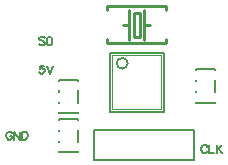
<source format=gto>
G04 Layer: TopSilkLayer*
G04 EasyEDA v6.4.7, 2021-01-18T10:53:27+01:00*
G04 aa4ddc66a76449b48dffd980d3e90acf,8dc9eacff13444d6b60fd3cb587e6cd5,01*
G04 Gerber Generator version 0.2*
G04 Scale: 100 percent, Rotated: No, Reflected: No *
G04 Dimensions in inches *
G04 leading zeros omitted , absolute positions ,2 integer and 4 decimal *
%FSLAX24Y24*%
%MOIN*%
G90*
D02*

%ADD10C,0.010000*%
%ADD19C,0.006000*%
%ADD20C,0.008000*%
%ADD21C,0.002000*%
%ADD22C,0.005000*%

%LPD*%
G54D19*
G01X2535Y1691D02*
G01X2535Y1654D01*
G01X1897Y1654D01*
G01X1897Y1691D01*
G01X1897Y2737D02*
G01X1897Y2774D01*
G01X2535Y2774D01*
G01X2535Y2737D01*
G01X2535Y2420D02*
G01X2535Y2009D01*
G01X1897Y2383D02*
G01X1897Y2420D01*
G01X1897Y2009D02*
G01X1897Y2046D01*
G54D20*
G01X6417Y1090D02*
G01X6417Y106D01*
G01X3070Y106D01*
G01X3070Y1090D01*
G01X6417Y1090D01*
G54D19*
G01X5386Y3675D02*
G01X3589Y3675D01*
G01X3589Y1695D01*
G01X5386Y1695D01*
G01X5386Y3675D01*
G54D21*
G01X5296Y3585D02*
G01X3679Y3585D01*
G01X3679Y1785D01*
G01X5296Y1785D01*
G01X5296Y3585D01*
G54D19*
G01X2535Y390D02*
G01X2535Y353D01*
G01X1897Y353D01*
G01X1897Y390D01*
G01X1897Y1436D02*
G01X1897Y1473D01*
G01X2535Y1473D01*
G01X2535Y1436D01*
G01X2535Y1118D02*
G01X2535Y707D01*
G01X1897Y1081D02*
G01X1897Y1118D01*
G01X1897Y707D02*
G01X1897Y744D01*
G01X7090Y2044D02*
G01X7090Y2007D01*
G01X6452Y2007D01*
G01X6452Y2044D01*
G01X6452Y3089D02*
G01X6452Y3126D01*
G01X7090Y3126D01*
G01X7090Y3089D01*
G01X7090Y2772D02*
G01X7090Y2361D01*
G01X6452Y2735D02*
G01X6452Y2772D01*
G01X6452Y2361D02*
G01X6452Y2398D01*
G54D10*
G01X5470Y5088D02*
G01X5470Y5248D01*
G01X3510Y5248D01*
G01X3510Y5088D01*
G01X3510Y4148D02*
G01X3510Y3988D01*
G01X5470Y3988D01*
G01X5470Y4148D01*
G01X4390Y5018D02*
G01X4390Y4218D01*
G01X4590Y4218D01*
G01X4590Y5018D01*
G01X4390Y5018D01*
G01X4240Y5118D02*
G01X4240Y4618D01*
G01X4240Y4118D01*
G01X4740Y5118D02*
G01X4740Y4618D01*
G01X4740Y4118D01*
G01X4240Y4618D02*
G01X4040Y4618D01*
G01X4740Y4618D02*
G01X4940Y4618D01*
G54D22*
G01X1393Y3251D02*
G01X1265Y3251D01*
G01X1253Y3136D01*
G01X1265Y3149D01*
G01X1304Y3161D01*
G01X1342Y3161D01*
G01X1380Y3149D01*
G01X1405Y3123D01*
G01X1418Y3085D01*
G01X1418Y3060D01*
G01X1405Y3021D01*
G01X1380Y2996D01*
G01X1342Y2983D01*
G01X1304Y2983D01*
G01X1265Y2996D01*
G01X1253Y3009D01*
G01X1240Y3034D01*
G01X1502Y3251D02*
G01X1604Y2983D01*
G01X1706Y3251D02*
G01X1604Y2983D01*
G01X6831Y537D02*
G01X6818Y562D01*
G01X6793Y588D01*
G01X6767Y601D01*
G01X6716Y601D01*
G01X6691Y588D01*
G01X6665Y562D01*
G01X6653Y537D01*
G01X6640Y499D01*
G01X6640Y435D01*
G01X6653Y397D01*
G01X6665Y371D01*
G01X6691Y346D01*
G01X6716Y333D01*
G01X6767Y333D01*
G01X6793Y346D01*
G01X6818Y371D01*
G01X6831Y397D01*
G01X6915Y601D02*
G01X6915Y333D01*
G01X6915Y333D02*
G01X7068Y333D01*
G01X7152Y601D02*
G01X7152Y333D01*
G01X7330Y601D02*
G01X7152Y422D01*
G01X7215Y486D02*
G01X7330Y333D01*
G01X1418Y4162D02*
G01X1393Y4188D01*
G01X1355Y4201D01*
G01X1304Y4201D01*
G01X1265Y4188D01*
G01X1240Y4162D01*
G01X1240Y4137D01*
G01X1253Y4111D01*
G01X1265Y4099D01*
G01X1291Y4086D01*
G01X1367Y4061D01*
G01X1393Y4048D01*
G01X1405Y4035D01*
G01X1418Y4010D01*
G01X1418Y3971D01*
G01X1393Y3946D01*
G01X1355Y3933D01*
G01X1304Y3933D01*
G01X1265Y3946D01*
G01X1240Y3971D01*
G01X1579Y4201D02*
G01X1540Y4188D01*
G01X1515Y4150D01*
G01X1502Y4086D01*
G01X1502Y4048D01*
G01X1515Y3984D01*
G01X1540Y3946D01*
G01X1579Y3933D01*
G01X1604Y3933D01*
G01X1642Y3946D01*
G01X1668Y3984D01*
G01X1680Y4048D01*
G01X1680Y4086D01*
G01X1668Y4150D01*
G01X1642Y4188D01*
G01X1604Y4201D01*
G01X1579Y4201D01*
G01X331Y987D02*
G01X318Y1012D01*
G01X293Y1038D01*
G01X267Y1051D01*
G01X216Y1051D01*
G01X191Y1038D01*
G01X165Y1012D01*
G01X153Y987D01*
G01X140Y949D01*
G01X140Y885D01*
G01X153Y847D01*
G01X165Y821D01*
G01X191Y796D01*
G01X216Y783D01*
G01X267Y783D01*
G01X293Y796D01*
G01X318Y821D01*
G01X331Y847D01*
G01X331Y885D01*
G01X267Y885D02*
G01X331Y885D01*
G01X415Y1051D02*
G01X415Y783D01*
G01X415Y1051D02*
G01X593Y783D01*
G01X593Y1051D02*
G01X593Y783D01*
G01X677Y1051D02*
G01X677Y783D01*
G01X677Y1051D02*
G01X766Y1051D01*
G01X804Y1038D01*
G01X830Y1012D01*
G01X843Y987D01*
G01X855Y949D01*
G01X855Y885D01*
G01X843Y847D01*
G01X830Y821D01*
G01X804Y796D01*
G01X766Y783D01*
G01X677Y783D01*
G54D19*
G75*
G01X4008Y3145D02*
G03X4006Y3145I-1J180D01*
G01*
M00*
M02*

</source>
